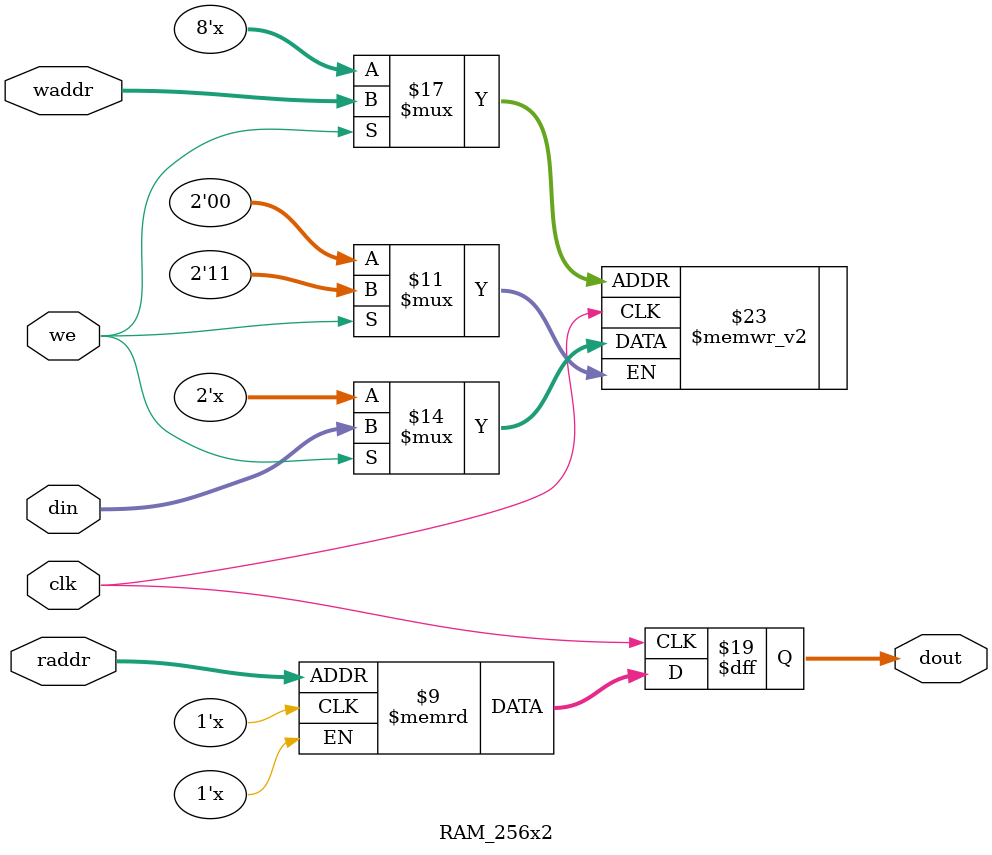
<source format=v>
module RAM_256x2 (
	input				clk,
	input				we,
	input  		[7:0]	raddr,
	input  		[7:0]	waddr,
	input 	 	[1:0]	din,
	output reg 	[1:0]	dout
	);
	
	reg [1:0] mem [0:255];
	
	always @(posedge clk) begin
		if (we)
			mem[waddr] <= din;
		
		dout <= mem[raddr];
	end
	
endmodule

</source>
